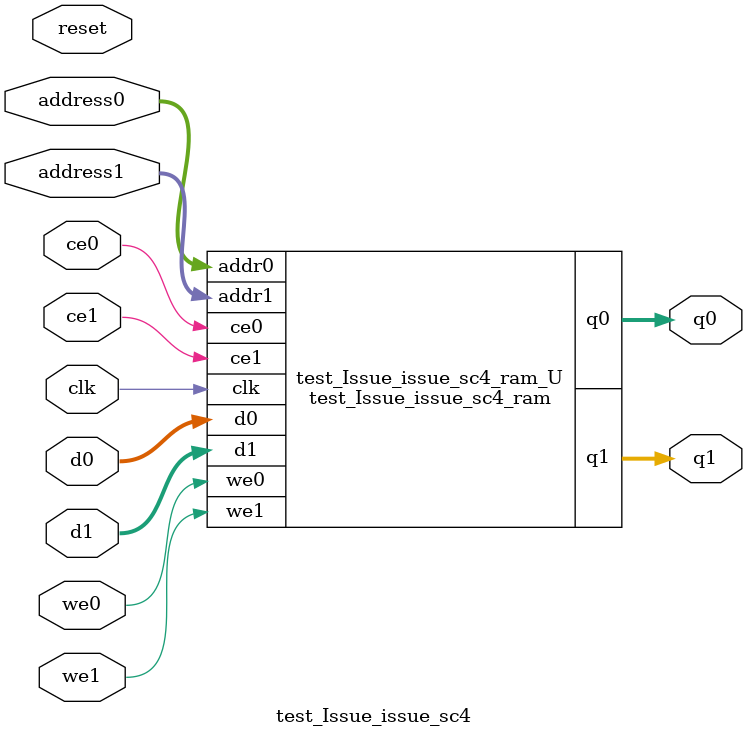
<source format=v>

`timescale 1 ns / 1 ps
module test_Issue_issue_sc4_ram (addr0, ce0, d0, we0, q0, addr1, ce1, d1, we1, q1,  clk);

parameter DWIDTH = 64;
parameter AWIDTH = 2;
parameter MEM_SIZE = 4;

input[AWIDTH-1:0] addr0;
input ce0;
input[DWIDTH-1:0] d0;
input we0;
output reg[DWIDTH-1:0] q0;
input[AWIDTH-1:0] addr1;
input ce1;
input[DWIDTH-1:0] d1;
input we1;
output reg[DWIDTH-1:0] q1;
input clk;

(* ram_style = "block" *)reg [DWIDTH-1:0] ram[0:MEM_SIZE-1];




always @(posedge clk)  
begin 
    if (ce0) 
    begin
        if (we0) 
        begin 
            ram[addr0] <= d0; 
            q0 <= d0;
        end 
        else 
            q0 <= ram[addr0];
    end
end


always @(posedge clk)  
begin 
    if (ce1) 
    begin
        if (we1) 
        begin 
            ram[addr1] <= d1; 
            q1 <= d1;
        end 
        else 
            q1 <= ram[addr1];
    end
end


endmodule


`timescale 1 ns / 1 ps
module test_Issue_issue_sc4(
    reset,
    clk,
    address0,
    ce0,
    we0,
    d0,
    q0,
    address1,
    ce1,
    we1,
    d1,
    q1);

parameter DataWidth = 32'd64;
parameter AddressRange = 32'd4;
parameter AddressWidth = 32'd2;
input reset;
input clk;
input[AddressWidth - 1:0] address0;
input ce0;
input we0;
input[DataWidth - 1:0] d0;
output[DataWidth - 1:0] q0;
input[AddressWidth - 1:0] address1;
input ce1;
input we1;
input[DataWidth - 1:0] d1;
output[DataWidth - 1:0] q1;



test_Issue_issue_sc4_ram test_Issue_issue_sc4_ram_U(
    .clk( clk ),
    .addr0( address0 ),
    .ce0( ce0 ),
    .we0( we0 ),
    .d0( d0 ),
    .q0( q0 ),
    .addr1( address1 ),
    .ce1( ce1 ),
    .we1( we1 ),
    .d1( d1 ),
    .q1( q1 ));

endmodule


</source>
